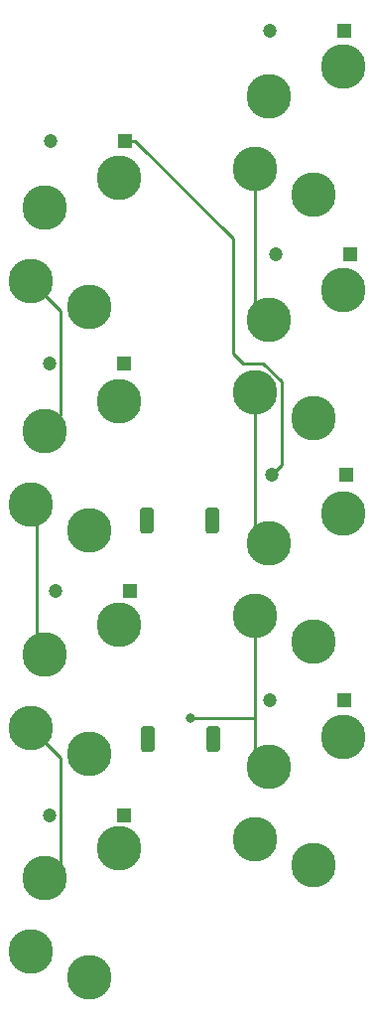
<source format=gbr>
%TF.GenerationSoftware,KiCad,Pcbnew,(7.0.0-0)*%
%TF.CreationDate,2023-02-26T21:11:16+09:00*%
%TF.ProjectId,pangaea-pcb-pinkey-k2-0.5ushift,70616e67-6165-4612-9d70-63622d70696e,rev?*%
%TF.SameCoordinates,Original*%
%TF.FileFunction,Copper,L1,Top*%
%TF.FilePolarity,Positive*%
%FSLAX46Y46*%
G04 Gerber Fmt 4.6, Leading zero omitted, Abs format (unit mm)*
G04 Created by KiCad (PCBNEW (7.0.0-0)) date 2023-02-26 21:11:16*
%MOMM*%
%LPD*%
G01*
G04 APERTURE LIST*
G04 Aperture macros list*
%AMRoundRect*
0 Rectangle with rounded corners*
0 $1 Rounding radius*
0 $2 $3 $4 $5 $6 $7 $8 $9 X,Y pos of 4 corners*
0 Add a 4 corners polygon primitive as box body*
4,1,4,$2,$3,$4,$5,$6,$7,$8,$9,$2,$3,0*
0 Add four circle primitives for the rounded corners*
1,1,$1+$1,$2,$3*
1,1,$1+$1,$4,$5*
1,1,$1+$1,$6,$7*
1,1,$1+$1,$8,$9*
0 Add four rect primitives between the rounded corners*
20,1,$1+$1,$2,$3,$4,$5,0*
20,1,$1+$1,$4,$5,$6,$7,0*
20,1,$1+$1,$6,$7,$8,$9,0*
20,1,$1+$1,$8,$9,$2,$3,0*%
G04 Aperture macros list end*
%TA.AperFunction,ComponentPad*%
%ADD10R,1.200000X1.200000*%
%TD*%
%TA.AperFunction,ComponentPad*%
%ADD11C,1.200000*%
%TD*%
%TA.AperFunction,ComponentPad*%
%ADD12RoundRect,0.249600X-0.350400X-0.850400X0.350400X-0.850400X0.350400X0.850400X-0.350400X0.850400X0*%
%TD*%
%TA.AperFunction,ComponentPad*%
%ADD13C,3.800000*%
%TD*%
%TA.AperFunction,ViaPad*%
%ADD14C,0.800000*%
%TD*%
%TA.AperFunction,Conductor*%
%ADD15C,0.250000*%
%TD*%
G04 APERTURE END LIST*
D10*
%TO.P,D18,1,K*%
%TO.N,PY5*%
X53519999Y-36369999D03*
D11*
%TO.P,D18,2,A*%
%TO.N,Net-(D18-A)*%
X47170000Y-36370000D03*
%TD*%
D12*
%TO.P,J9,MP*%
%TO.N,N/C*%
X36150000Y-59010000D03*
X41750000Y-59010000D03*
%TD*%
D13*
%TO.P,SW38,1,1*%
%TO.N,PX2*%
X45400000Y-86250000D03*
X46590000Y-80010000D03*
%TO.P,SW38,2,2*%
%TO.N,Net-(D38-K)*%
X50400000Y-88450000D03*
X52940000Y-77470000D03*
%TD*%
%TO.P,SW17,1,1*%
%TO.N,PX1*%
X26310000Y-57680000D03*
X27500000Y-51440000D03*
%TO.P,SW17,2,2*%
%TO.N,Net-(D17-A)*%
X31310000Y-59880000D03*
X33850000Y-48900000D03*
%TD*%
D10*
%TO.P,D38,1,K*%
%TO.N,Net-(D38-K)*%
X53049999Y-74399999D03*
D11*
%TO.P,D38,2,A*%
%TO.N,PY5*%
X46700000Y-74400000D03*
%TD*%
D13*
%TO.P,SW13,1,1*%
%TO.N,PX1*%
X26310000Y-38630000D03*
X27500000Y-32390000D03*
%TO.P,SW13,2,2*%
%TO.N,Net-(D13-A)*%
X31310000Y-40830000D03*
X33850000Y-29850000D03*
%TD*%
D10*
%TO.P,D13,1,K*%
%TO.N,PY4*%
X34274999Y-26699999D03*
D11*
%TO.P,D13,2,A*%
%TO.N,Net-(D13-A)*%
X27925000Y-26700000D03*
%TD*%
D10*
%TO.P,D34,1,K*%
%TO.N,Net-(D34-K)*%
X53174999Y-55139999D03*
D11*
%TO.P,D34,2,A*%
%TO.N,PY4*%
X46825000Y-55140000D03*
%TD*%
D13*
%TO.P,SW18,1,1*%
%TO.N,PX2*%
X45400000Y-48150000D03*
X46590000Y-41910000D03*
%TO.P,SW18,2,2*%
%TO.N,Net-(D18-A)*%
X50400000Y-50350000D03*
X52940000Y-39370000D03*
%TD*%
D10*
%TO.P,D33,1,K*%
%TO.N,Net-(D33-K)*%
X34774999Y-65049999D03*
D11*
%TO.P,D33,2,A*%
%TO.N,PY4*%
X28425000Y-65050000D03*
%TD*%
D13*
%TO.P,SW34,1,1*%
%TO.N,PX2*%
X45400000Y-67200000D03*
X46590000Y-60960000D03*
%TO.P,SW34,2,2*%
%TO.N,Net-(D34-K)*%
X50400000Y-69400000D03*
X52940000Y-58420000D03*
%TD*%
%TO.P,SW33,2,2*%
%TO.N,Net-(D33-K)*%
X33850000Y-67950000D03*
X31310000Y-78930000D03*
%TO.P,SW33,1,1*%
%TO.N,PX1*%
X27500000Y-70490000D03*
X26310000Y-76730000D03*
%TD*%
D10*
%TO.P,D17,1,K*%
%TO.N,PY5*%
X34224999Y-45649999D03*
D11*
%TO.P,D17,2,A*%
%TO.N,Net-(D17-A)*%
X27875000Y-45650000D03*
%TD*%
D10*
%TO.P,D37,1,K*%
%TO.N,Net-(D37-K)*%
X34224999Y-84199999D03*
D11*
%TO.P,D37,2,A*%
%TO.N,PY5*%
X27875000Y-84200000D03*
%TD*%
D10*
%TO.P,D14,1,K*%
%TO.N,PY4*%
X53004999Y-17329999D03*
D11*
%TO.P,D14,2,A*%
%TO.N,Net-(D14-A)*%
X46655000Y-17330000D03*
%TD*%
D13*
%TO.P,SW37,1,1*%
%TO.N,PX1*%
X26310000Y-95780000D03*
X27500000Y-89540000D03*
%TO.P,SW37,2,2*%
%TO.N,Net-(D37-K)*%
X31310000Y-97980000D03*
X33850000Y-87000000D03*
%TD*%
%TO.P,SW14,1,1*%
%TO.N,PX2*%
X45400000Y-29100000D03*
X46590000Y-22860000D03*
%TO.P,SW14,2,2*%
%TO.N,Net-(D14-A)*%
X50400000Y-31300000D03*
X52940000Y-20320000D03*
%TD*%
D12*
%TO.P,J8,MP*%
%TO.N,N/C*%
X36290000Y-77640000D03*
X41890000Y-77640000D03*
%TD*%
D14*
%TO.N,PX2*%
X39917600Y-75901100D03*
%TD*%
D15*
%TO.N,PX2*%
X45400000Y-29100000D02*
X45400000Y-40720000D01*
X45400000Y-48150000D02*
X45400000Y-59770000D01*
X45400000Y-75901100D02*
X39917600Y-75901100D01*
X45400000Y-78421100D02*
X45400000Y-75901100D01*
X45400000Y-75901100D02*
X45400000Y-67200000D01*
%TO.N,PX1*%
X26785200Y-58155200D02*
X26310000Y-57680000D01*
X26785200Y-69775200D02*
X26785200Y-58155200D01*
X28842300Y-50097700D02*
X27500000Y-51440000D01*
X28842300Y-41162300D02*
X28842300Y-50097700D01*
X26310000Y-38630000D02*
X28842300Y-41162300D01*
X28814300Y-88225700D02*
X27500000Y-89540000D01*
X28814300Y-79234300D02*
X28814300Y-88225700D01*
X26310000Y-76730000D02*
X28814300Y-79234300D01*
%TO.N,PY4*%
X47670500Y-54294500D02*
X46825000Y-55140000D01*
X47670500Y-47205300D02*
X47670500Y-54294500D01*
X46125000Y-45659800D02*
X47670500Y-47205300D01*
X44389600Y-45659800D02*
X46125000Y-45659800D01*
X43521800Y-44792000D02*
X44389600Y-45659800D01*
X43521800Y-35021700D02*
X43521800Y-44792000D01*
X35200100Y-26700000D02*
X43521800Y-35021700D01*
X34275000Y-26700000D02*
X35200100Y-26700000D01*
%TO.N,PX1*%
X26310000Y-69300000D02*
X27500000Y-70490000D01*
X26310000Y-50250000D02*
X27500000Y-51440000D01*
%TO.N,PX2*%
X45400000Y-78820000D02*
X45400000Y-78421100D01*
X46590000Y-80010000D02*
X45400000Y-78820000D01*
X45400000Y-40720000D02*
X46590000Y-41910000D01*
X46590000Y-60960000D02*
X45400000Y-59770000D01*
%TD*%
M02*

</source>
